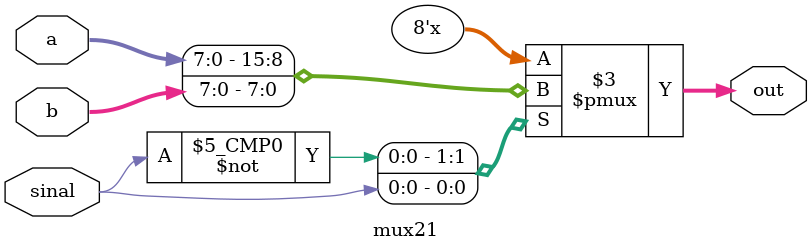
<source format=v>
module mux21(a,b, out, sinal);
	input[7:0]a,b;
	input sinal;
	output reg [7:0] out;
	
	   initial begin

        $display("Testando MUX...");
        $monitor(" sinal = %b     a = %b  b = %b  saida 1 = %b ", sinal, a, b,out);
        end
	
	
	always@(*)
		begin case(sinal)
					1'b0: out = a;
					1'b1: out = b;
				endcase
		end
endmodule




</source>
